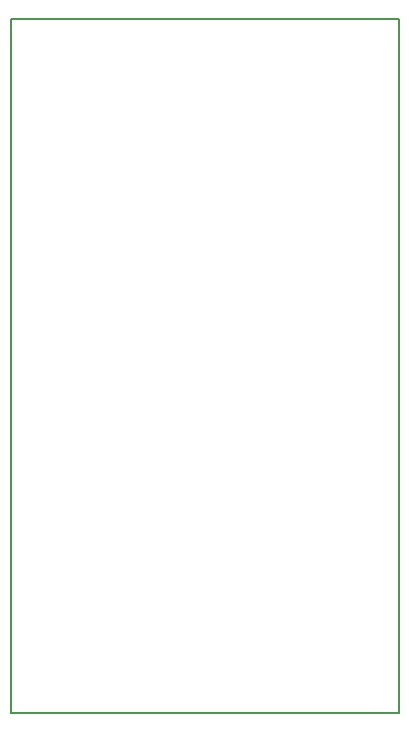
<source format=gm1>
G04 MADE WITH FRITZING*
G04 WWW.FRITZING.ORG*
G04 DOUBLE SIDED*
G04 HOLES PLATED*
G04 CONTOUR ON CENTER OF CONTOUR VECTOR*
%ASAXBY*%
%FSLAX23Y23*%
%MOIN*%
%OFA0B0*%
%SFA1.0B1.0*%
%ADD10R,1.300140X2.323400*%
%ADD11C,0.008000*%
%ADD10C,0.008*%
%LNCONTOUR*%
G90*
G70*
G54D10*
G54D11*
X4Y2319D02*
X1296Y2319D01*
X1296Y4D01*
X4Y4D01*
X4Y2319D01*
D02*
G04 End of contour*
M02*
</source>
